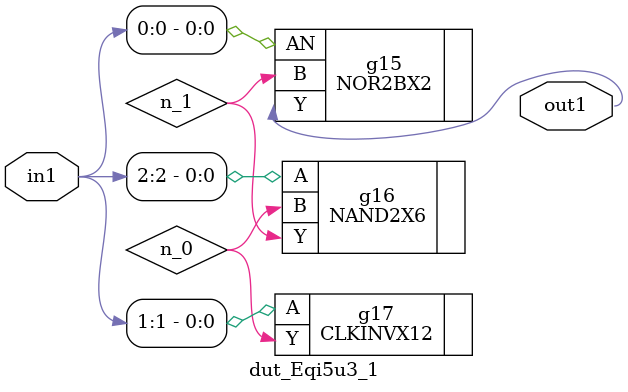
<source format=v>
`timescale 1ps / 1ps


module dut_Eqi5u3_1(in1, out1);
  input [2:0] in1;
  output out1;
  wire [2:0] in1;
  wire out1;
  wire n_0, n_1;
  NOR2BX2 g15(.AN (in1[0]), .B (n_1), .Y (out1));
  NAND2X6 g16(.A (in1[2]), .B (n_0), .Y (n_1));
  CLKINVX12 g17(.A (in1[1]), .Y (n_0));
endmodule



</source>
